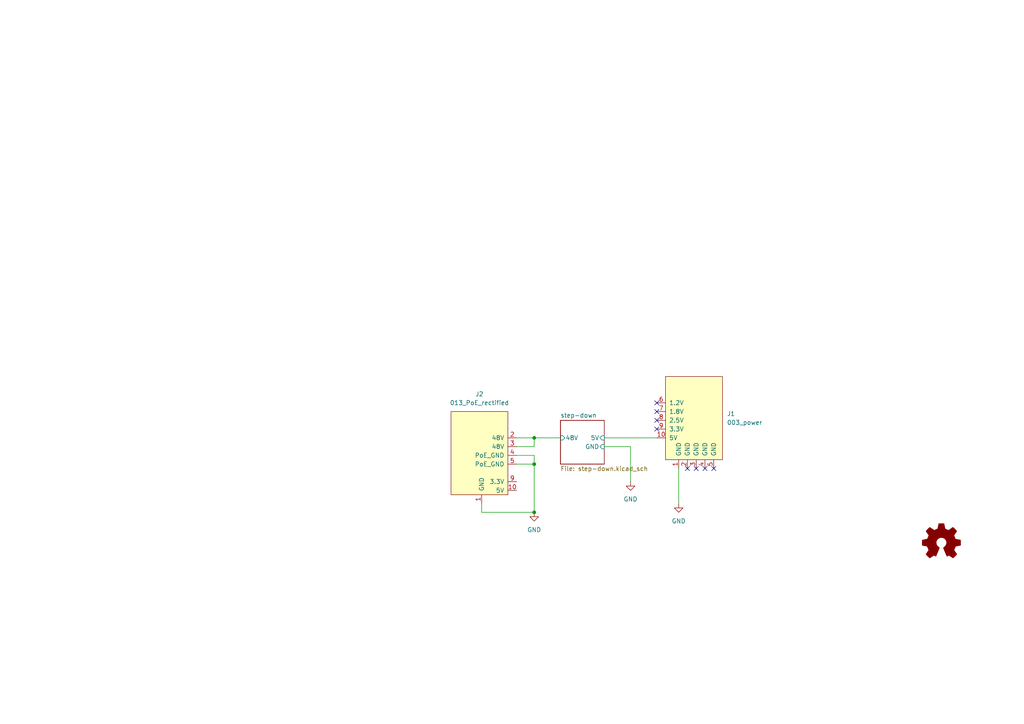
<source format=kicad_sch>
(kicad_sch (version 20230121) (generator eeschema)

  (uuid 57732dd3-1162-4c3f-88bd-31bf473d124d)

  (paper "A4")

  (lib_symbols
    (symbol "Graphic:Logo_Open_Hardware_Small" (pin_names (offset 1.016)) (in_bom yes) (on_board yes)
      (property "Reference" "#LOGO" (at 0 6.985 0)
        (effects (font (size 1.27 1.27)) hide)
      )
      (property "Value" "Logo_Open_Hardware_Small" (at 0 -5.715 0)
        (effects (font (size 1.27 1.27)) hide)
      )
      (property "Footprint" "" (at 0 0 0)
        (effects (font (size 1.27 1.27)) hide)
      )
      (property "Datasheet" "~" (at 0 0 0)
        (effects (font (size 1.27 1.27)) hide)
      )
      (property "ki_keywords" "Logo" (at 0 0 0)
        (effects (font (size 1.27 1.27)) hide)
      )
      (property "ki_description" "Open Hardware logo, small" (at 0 0 0)
        (effects (font (size 1.27 1.27)) hide)
      )
      (symbol "Logo_Open_Hardware_Small_0_1"
        (polyline
          (pts
            (xy 3.3528 -4.3434)
            (xy 3.302 -4.318)
            (xy 3.175 -4.2418)
            (xy 2.9972 -4.1148)
            (xy 2.7686 -3.9624)
            (xy 2.54 -3.81)
            (xy 2.3622 -3.7084)
            (xy 2.2352 -3.6068)
            (xy 2.1844 -3.5814)
            (xy 2.159 -3.6068)
            (xy 2.0574 -3.6576)
            (xy 1.905 -3.7338)
            (xy 1.8034 -3.7846)
            (xy 1.6764 -3.8354)
            (xy 1.6002 -3.8354)
            (xy 1.6002 -3.8354)
            (xy 1.5494 -3.7338)
            (xy 1.4732 -3.5306)
            (xy 1.3462 -3.302)
            (xy 1.2446 -3.0226)
            (xy 1.1176 -2.7178)
            (xy 0.9652 -2.413)
            (xy 0.8636 -2.1082)
            (xy 0.7366 -1.8288)
            (xy 0.6604 -1.6256)
            (xy 0.6096 -1.4732)
            (xy 0.5842 -1.397)
            (xy 0.5842 -1.397)
            (xy 0.6604 -1.3208)
            (xy 0.7874 -1.2446)
            (xy 1.0414 -1.016)
            (xy 1.2954 -0.6858)
            (xy 1.4478 -0.3302)
            (xy 1.524 0.0762)
            (xy 1.4732 0.4572)
            (xy 1.3208 0.8128)
            (xy 1.0668 1.143)
            (xy 0.762 1.3716)
            (xy 0.4064 1.524)
            (xy 0 1.5748)
            (xy -0.381 1.5494)
            (xy -0.7366 1.397)
            (xy -1.0668 1.143)
            (xy -1.2192 0.9906)
            (xy -1.397 0.6604)
            (xy -1.524 0.3048)
            (xy -1.524 0.2286)
            (xy -1.4986 -0.1778)
            (xy -1.397 -0.5334)
            (xy -1.1938 -0.8636)
            (xy -0.9144 -1.143)
            (xy -0.8636 -1.1684)
            (xy -0.7366 -1.27)
            (xy -0.635 -1.3462)
            (xy -0.5842 -1.397)
            (xy -1.0668 -2.5908)
            (xy -1.143 -2.794)
            (xy -1.2954 -3.1242)
            (xy -1.397 -3.4036)
            (xy -1.4986 -3.6322)
            (xy -1.5748 -3.7846)
            (xy -1.6002 -3.8354)
            (xy -1.6002 -3.8354)
            (xy -1.651 -3.8354)
            (xy -1.7272 -3.81)
            (xy -1.905 -3.7338)
            (xy -2.0066 -3.683)
            (xy -2.1336 -3.6068)
            (xy -2.2098 -3.5814)
            (xy -2.2606 -3.6068)
            (xy -2.3622 -3.683)
            (xy -2.54 -3.81)
            (xy -2.7686 -3.9624)
            (xy -2.9718 -4.0894)
            (xy -3.1496 -4.2164)
            (xy -3.302 -4.318)
            (xy -3.3528 -4.3434)
            (xy -3.3782 -4.3434)
            (xy -3.429 -4.318)
            (xy -3.5306 -4.2164)
            (xy -3.7084 -4.064)
            (xy -3.937 -3.8354)
            (xy -3.9624 -3.81)
            (xy -4.1656 -3.6068)
            (xy -4.318 -3.4544)
            (xy -4.4196 -3.3274)
            (xy -4.445 -3.2766)
            (xy -4.445 -3.2766)
            (xy -4.4196 -3.2258)
            (xy -4.318 -3.0734)
            (xy -4.2164 -2.8956)
            (xy -4.064 -2.667)
            (xy -3.6576 -2.0828)
            (xy -3.8862 -1.5494)
            (xy -3.937 -1.3716)
            (xy -4.0386 -1.1684)
            (xy -4.0894 -1.0414)
            (xy -4.1148 -0.9652)
            (xy -4.191 -0.9398)
            (xy -4.318 -0.9144)
            (xy -4.5466 -0.8636)
            (xy -4.8006 -0.8128)
            (xy -5.0546 -0.7874)
            (xy -5.2578 -0.7366)
            (xy -5.4356 -0.7112)
            (xy -5.5118 -0.6858)
            (xy -5.5118 -0.6858)
            (xy -5.5372 -0.635)
            (xy -5.5372 -0.5588)
            (xy -5.5372 -0.4318)
            (xy -5.5626 -0.2286)
            (xy -5.5626 0.0762)
            (xy -5.5626 0.127)
            (xy -5.5372 0.4064)
            (xy -5.5372 0.635)
            (xy -5.5372 0.762)
            (xy -5.5372 0.8382)
            (xy -5.5372 0.8382)
            (xy -5.461 0.8382)
            (xy -5.3086 0.889)
            (xy -5.08 0.9144)
            (xy -4.826 0.9652)
            (xy -4.8006 0.9906)
            (xy -4.5466 1.0414)
            (xy -4.318 1.0668)
            (xy -4.1656 1.1176)
            (xy -4.0894 1.143)
            (xy -4.0894 1.143)
            (xy -4.0386 1.2446)
            (xy -3.9624 1.4224)
            (xy -3.8608 1.6256)
            (xy -3.7846 1.8288)
            (xy -3.7084 2.0066)
            (xy -3.6576 2.159)
            (xy -3.6322 2.2098)
            (xy -3.6322 2.2098)
            (xy -3.683 2.286)
            (xy -3.7592 2.413)
            (xy -3.8862 2.5908)
            (xy -4.064 2.8194)
            (xy -4.064 2.8448)
            (xy -4.2164 3.0734)
            (xy -4.3434 3.2512)
            (xy -4.4196 3.3782)
            (xy -4.445 3.4544)
            (xy -4.445 3.4544)
            (xy -4.3942 3.5052)
            (xy -4.2926 3.6322)
            (xy -4.1148 3.81)
            (xy -3.937 4.0132)
            (xy -3.8608 4.064)
            (xy -3.6576 4.2926)
            (xy -3.5052 4.4196)
            (xy -3.4036 4.4958)
            (xy -3.3528 4.5212)
            (xy -3.3528 4.5212)
            (xy -3.302 4.4704)
            (xy -3.1496 4.3688)
            (xy -2.9718 4.2418)
            (xy -2.7432 4.0894)
            (xy -2.7178 4.0894)
            (xy -2.4892 3.937)
            (xy -2.3114 3.81)
            (xy -2.1844 3.7084)
            (xy -2.1336 3.683)
            (xy -2.1082 3.683)
            (xy -2.032 3.7084)
            (xy -1.8542 3.7592)
            (xy -1.6764 3.8354)
            (xy -1.4732 3.937)
            (xy -1.27 4.0132)
            (xy -1.143 4.064)
            (xy -1.0668 4.1148)
            (xy -1.0668 4.1148)
            (xy -1.0414 4.191)
            (xy -1.016 4.3434)
            (xy -0.9652 4.572)
            (xy -0.9144 4.8514)
            (xy -0.889 4.9022)
            (xy -0.8382 5.1562)
            (xy -0.8128 5.3848)
            (xy -0.7874 5.5372)
            (xy -0.762 5.588)
            (xy -0.7112 5.6134)
            (xy -0.5842 5.6134)
            (xy -0.4064 5.6134)
            (xy -0.1524 5.6134)
            (xy 0.0762 5.6134)
            (xy 0.3302 5.6134)
            (xy 0.5334 5.6134)
            (xy 0.6858 5.588)
            (xy 0.7366 5.588)
            (xy 0.7366 5.588)
            (xy 0.762 5.5118)
            (xy 0.8128 5.334)
            (xy 0.8382 5.1054)
            (xy 0.9144 4.826)
            (xy 0.9144 4.7752)
            (xy 0.9652 4.5212)
            (xy 1.016 4.2926)
            (xy 1.0414 4.1402)
            (xy 1.0668 4.0894)
            (xy 1.0668 4.0894)
            (xy 1.1938 4.0386)
            (xy 1.3716 3.9624)
            (xy 1.5748 3.8608)
            (xy 2.0828 3.6576)
            (xy 2.7178 4.0894)
            (xy 2.7686 4.1402)
            (xy 2.9972 4.2926)
            (xy 3.175 4.4196)
            (xy 3.302 4.4958)
            (xy 3.3782 4.5212)
            (xy 3.3782 4.5212)
            (xy 3.429 4.4704)
            (xy 3.556 4.3434)
            (xy 3.7338 4.191)
            (xy 3.9116 3.9878)
            (xy 4.064 3.8354)
            (xy 4.2418 3.6576)
            (xy 4.3434 3.556)
            (xy 4.4196 3.4798)
            (xy 4.4196 3.429)
            (xy 4.4196 3.4036)
            (xy 4.3942 3.3274)
            (xy 4.2926 3.2004)
            (xy 4.1656 2.9972)
            (xy 4.0132 2.794)
            (xy 3.8862 2.5908)
            (xy 3.7592 2.3876)
            (xy 3.6576 2.2352)
            (xy 3.6322 2.159)
            (xy 3.6322 2.1336)
            (xy 3.683 2.0066)
            (xy 3.7592 1.8288)
            (xy 3.8608 1.6002)
            (xy 4.064 1.1176)
            (xy 4.3942 1.0414)
            (xy 4.5974 1.016)
            (xy 4.8768 0.9652)
            (xy 5.1308 0.9144)
            (xy 5.5372 0.8382)
            (xy 5.5626 -0.6604)
            (xy 5.4864 -0.6858)
            (xy 5.4356 -0.6858)
            (xy 5.2832 -0.7366)
            (xy 5.0546 -0.762)
            (xy 4.8006 -0.8128)
            (xy 4.5974 -0.8636)
            (xy 4.3688 -0.9144)
            (xy 4.2164 -0.9398)
            (xy 4.1402 -0.9398)
            (xy 4.1148 -0.9652)
            (xy 4.064 -1.0668)
            (xy 3.9878 -1.2446)
            (xy 3.9116 -1.4478)
            (xy 3.81 -1.651)
            (xy 3.7338 -1.8542)
            (xy 3.683 -2.0066)
            (xy 3.6576 -2.0828)
            (xy 3.683 -2.1336)
            (xy 3.7846 -2.2606)
            (xy 3.8862 -2.4638)
            (xy 4.0386 -2.667)
            (xy 4.191 -2.8956)
            (xy 4.318 -3.0734)
            (xy 4.3942 -3.2004)
            (xy 4.445 -3.2766)
            (xy 4.4196 -3.3274)
            (xy 4.3434 -3.429)
            (xy 4.1656 -3.5814)
            (xy 3.937 -3.8354)
            (xy 3.8862 -3.8608)
            (xy 3.683 -4.064)
            (xy 3.5306 -4.2164)
            (xy 3.4036 -4.318)
            (xy 3.3528 -4.3434)
          )
          (stroke (width 0) (type default))
          (fill (type outline))
        )
      )
    )
    (symbol "power:GND" (power) (pin_names (offset 0)) (in_bom yes) (on_board yes)
      (property "Reference" "#PWR" (at 0 -6.35 0)
        (effects (font (size 1.27 1.27)) hide)
      )
      (property "Value" "GND" (at 0 -3.81 0)
        (effects (font (size 1.27 1.27)))
      )
      (property "Footprint" "" (at 0 0 0)
        (effects (font (size 1.27 1.27)) hide)
      )
      (property "Datasheet" "" (at 0 0 0)
        (effects (font (size 1.27 1.27)) hide)
      )
      (property "ki_keywords" "power-flag" (at 0 0 0)
        (effects (font (size 1.27 1.27)) hide)
      )
      (property "ki_description" "Power symbol creates a global label with name \"GND\" , ground" (at 0 0 0)
        (effects (font (size 1.27 1.27)) hide)
      )
      (symbol "GND_0_1"
        (polyline
          (pts
            (xy 0 0)
            (xy 0 -1.27)
            (xy 1.27 -1.27)
            (xy 0 -2.54)
            (xy -1.27 -1.27)
            (xy 0 -1.27)
          )
          (stroke (width 0) (type default))
          (fill (type none))
        )
      )
      (symbol "GND_1_1"
        (pin power_in line (at 0 0 270) (length 0) hide
          (name "GND" (effects (font (size 1.27 1.27))))
          (number "1" (effects (font (size 1.27 1.27))))
        )
      )
    )
    (symbol "put_on_edge:003_power" (pin_names (offset 1.016)) (in_bom yes) (on_board yes)
      (property "Reference" "J" (at -2.54 13.97 0)
        (effects (font (size 1.27 1.27)))
      )
      (property "Value" "003_power" (at 8.89 13.97 0)
        (effects (font (size 1.27 1.27)))
      )
      (property "Footprint" "" (at 7.62 16.51 0)
        (effects (font (size 1.27 1.27)) hide)
      )
      (property "Datasheet" "" (at 7.62 16.51 0)
        (effects (font (size 1.27 1.27)) hide)
      )
      (symbol "003_power_0_1"
        (rectangle (start -8.89 12.7) (end 7.62 -11.43)
          (stroke (width 0) (type default))
          (fill (type background))
        )
      )
      (symbol "003_power_1_1"
        (pin power_in line (at -5.08 -13.97 90) (length 2.54)
          (name "GND" (effects (font (size 1.27 1.27))))
          (number "1" (effects (font (size 1.27 1.27))))
        )
        (pin power_out line (at -11.43 -5.08 0) (length 2.54)
          (name "5V" (effects (font (size 1.27 1.27))))
          (number "10" (effects (font (size 1.27 1.27))))
        )
        (pin power_in line (at -2.54 -13.97 90) (length 2.54)
          (name "GND" (effects (font (size 1.27 1.27))))
          (number "2" (effects (font (size 1.27 1.27))))
        )
        (pin power_in line (at 0 -13.97 90) (length 2.54)
          (name "GND" (effects (font (size 1.27 1.27))))
          (number "3" (effects (font (size 1.27 1.27))))
        )
        (pin power_in line (at 2.54 -13.97 90) (length 2.54)
          (name "GND" (effects (font (size 1.27 1.27))))
          (number "4" (effects (font (size 1.27 1.27))))
        )
        (pin power_in line (at 5.08 -13.97 90) (length 2.54)
          (name "GND" (effects (font (size 1.27 1.27))))
          (number "5" (effects (font (size 1.27 1.27))))
        )
        (pin power_out line (at -11.43 5.08 0) (length 2.54)
          (name "1.2V" (effects (font (size 1.27 1.27))))
          (number "6" (effects (font (size 1.27 1.27))))
        )
        (pin power_out line (at -11.43 2.54 0) (length 2.54)
          (name "1.8V" (effects (font (size 1.27 1.27))))
          (number "7" (effects (font (size 1.27 1.27))))
        )
        (pin power_out line (at -11.43 0 0) (length 2.54)
          (name "2.5V" (effects (font (size 1.27 1.27))))
          (number "8" (effects (font (size 1.27 1.27))))
        )
        (pin power_out line (at -11.43 -2.54 0) (length 2.54)
          (name "3.3V" (effects (font (size 1.27 1.27))))
          (number "9" (effects (font (size 1.27 1.27))))
        )
      )
    )
    (symbol "put_on_edge:013_PoE_rectified" (pin_names (offset 1.016)) (in_bom yes) (on_board yes)
      (property "Reference" "J" (at -2.54 13.97 0)
        (effects (font (size 1.27 1.27)))
      )
      (property "Value" "013_PoE_rectified" (at 8.89 13.97 0)
        (effects (font (size 1.27 1.27)))
      )
      (property "Footprint" "" (at 7.62 16.51 0)
        (effects (font (size 1.27 1.27)) hide)
      )
      (property "Datasheet" "" (at 7.62 16.51 0)
        (effects (font (size 1.27 1.27)) hide)
      )
      (symbol "013_PoE_rectified_0_1"
        (rectangle (start -8.89 12.7) (end 7.62 -11.43)
          (stroke (width 0) (type default))
          (fill (type background))
        )
      )
      (symbol "013_PoE_rectified_1_1"
        (pin power_in line (at -1.27 -13.97 90) (length 2.54)
          (name "GND" (effects (font (size 1.27 1.27))))
          (number "1" (effects (font (size 1.27 1.27))))
        )
        (pin power_in line (at -11.43 -10.16 0) (length 2.54)
          (name "5V" (effects (font (size 1.27 1.27))))
          (number "10" (effects (font (size 1.27 1.27))))
        )
        (pin bidirectional line (at -11.43 5.08 0) (length 2.54)
          (name "48V" (effects (font (size 1.27 1.27))))
          (number "2" (effects (font (size 1.27 1.27))))
        )
        (pin bidirectional line (at -11.43 2.54 0) (length 2.54)
          (name "48V" (effects (font (size 1.27 1.27))))
          (number "3" (effects (font (size 1.27 1.27))))
        )
        (pin power_in line (at -11.43 0 0) (length 2.54)
          (name "PoE_GND" (effects (font (size 1.27 1.27))))
          (number "4" (effects (font (size 1.27 1.27))))
        )
        (pin power_in line (at -11.43 -2.54 0) (length 2.54)
          (name "PoE_GND" (effects (font (size 1.27 1.27))))
          (number "5" (effects (font (size 1.27 1.27))))
        )
        (pin power_in line (at -11.43 -7.62 0) (length 2.54)
          (name "3.3V" (effects (font (size 1.27 1.27))))
          (number "9" (effects (font (size 1.27 1.27))))
        )
      )
    )
  )

  (junction (at 154.94 127) (diameter 0) (color 0 0 0 0)
    (uuid 017b3471-fa87-4532-b828-6ddbeaaca9e3)
  )
  (junction (at 154.94 148.59) (diameter 0) (color 0 0 0 0)
    (uuid 16d763d0-beae-4256-b774-36cbd4457ee0)
  )
  (junction (at 154.94 134.62) (diameter 0) (color 0 0 0 0)
    (uuid 7d685487-a7fb-42a9-8110-5d60c8e45899)
  )

  (no_connect (at 190.5 119.38) (uuid 0435f74a-71de-46bd-b6a5-f9767a9c63f4))
  (no_connect (at 207.01 135.89) (uuid 1d1eed5b-4e34-43f1-8651-6de0b6af3919))
  (no_connect (at 190.5 124.46) (uuid 564237c6-7004-4eb2-9edf-b89836476e03))
  (no_connect (at 190.5 116.84) (uuid 6534c657-c807-436c-86cc-ae0f08e4aa11))
  (no_connect (at 204.47 135.89) (uuid 79dae8e2-9c6b-468c-a74c-493efb574fbe))
  (no_connect (at 201.93 135.89) (uuid 8e27675e-095b-4187-862b-eaf9d1f97d03))
  (no_connect (at 190.5 121.92) (uuid 9c251daf-dbb5-465b-9bf3-0943351525b4))
  (no_connect (at 199.39 135.89) (uuid cc340c56-2042-4ece-bff3-30986d842355))

  (wire (pts (xy 149.86 127) (xy 154.94 127))
    (stroke (width 0) (type default))
    (uuid 0375e05f-c112-4099-b010-cf57e6711636)
  )
  (wire (pts (xy 149.86 129.54) (xy 154.94 129.54))
    (stroke (width 0) (type default))
    (uuid 0795ec42-6d21-477c-919d-3db1ea472d1b)
  )
  (wire (pts (xy 175.26 127) (xy 190.5 127))
    (stroke (width 0) (type default))
    (uuid 08de737f-00d0-4556-95df-80c1cabac3e9)
  )
  (wire (pts (xy 154.94 129.54) (xy 154.94 127))
    (stroke (width 0) (type default))
    (uuid 2cc32ba6-cda0-40c6-853f-ffe3a2d40bb2)
  )
  (wire (pts (xy 139.7 148.59) (xy 139.7 146.05))
    (stroke (width 0) (type default))
    (uuid 37556154-eeb9-4cf5-832e-deb3dd55f079)
  )
  (wire (pts (xy 154.94 132.08) (xy 154.94 134.62))
    (stroke (width 0) (type default))
    (uuid 4c37680c-a7b6-419b-b683-4206598ed8f1)
  )
  (wire (pts (xy 182.88 129.54) (xy 182.88 139.7))
    (stroke (width 0) (type default))
    (uuid 5a1fc14d-1d6f-444c-82b2-77ce3f0eeb3f)
  )
  (wire (pts (xy 196.85 135.89) (xy 196.85 146.05))
    (stroke (width 0) (type default))
    (uuid a0f14a5a-1029-468d-81c5-6afe86c97700)
  )
  (wire (pts (xy 154.94 134.62) (xy 154.94 148.59))
    (stroke (width 0) (type default))
    (uuid a1b2aa10-cded-4599-bdb8-28ebb66cd68e)
  )
  (wire (pts (xy 149.86 134.62) (xy 154.94 134.62))
    (stroke (width 0) (type default))
    (uuid b3623a74-72cf-4cf4-8739-0cfe70c4fdc6)
  )
  (wire (pts (xy 175.26 129.54) (xy 182.88 129.54))
    (stroke (width 0) (type default))
    (uuid b5f50e6e-6728-4454-96f5-44e0bc388ce5)
  )
  (wire (pts (xy 154.94 127) (xy 162.56 127))
    (stroke (width 0) (type default))
    (uuid d6268c26-478d-41e8-9931-467b429be712)
  )
  (wire (pts (xy 149.86 132.08) (xy 154.94 132.08))
    (stroke (width 0) (type default))
    (uuid dd6f35db-ff0c-42eb-8890-87988b7b5060)
  )
  (wire (pts (xy 154.94 148.59) (xy 139.7 148.59))
    (stroke (width 0) (type default))
    (uuid f27bc15c-7005-4f8a-9e45-5836e0306bc0)
  )

  (symbol (lib_id "power:GND") (at 154.94 148.59 0) (unit 1)
    (in_bom yes) (on_board yes) (dnp no) (fields_autoplaced)
    (uuid 2f121e8a-38fc-4fe4-b231-09379d094cd9)
    (property "Reference" "#PWR02" (at 154.94 154.94 0)
      (effects (font (size 1.27 1.27)) hide)
    )
    (property "Value" "GND" (at 154.94 153.67 0)
      (effects (font (size 1.27 1.27)))
    )
    (property "Footprint" "" (at 154.94 148.59 0)
      (effects (font (size 1.27 1.27)) hide)
    )
    (property "Datasheet" "" (at 154.94 148.59 0)
      (effects (font (size 1.27 1.27)) hide)
    )
    (pin "1" (uuid c8cef522-9019-487c-8783-a52c43c7ea1e))
    (instances
      (project "board"
        (path "/57732dd3-1162-4c3f-88bd-31bf473d124d"
          (reference "#PWR02") (unit 1)
        )
      )
    )
  )

  (symbol (lib_id "power:GND") (at 196.85 146.05 0) (unit 1)
    (in_bom yes) (on_board yes) (dnp no) (fields_autoplaced)
    (uuid 7b61465a-96b0-418e-91c5-90514ee43c23)
    (property "Reference" "#PWR01" (at 196.85 152.4 0)
      (effects (font (size 1.27 1.27)) hide)
    )
    (property "Value" "GND" (at 196.85 151.13 0)
      (effects (font (size 1.27 1.27)))
    )
    (property "Footprint" "" (at 196.85 146.05 0)
      (effects (font (size 1.27 1.27)) hide)
    )
    (property "Datasheet" "" (at 196.85 146.05 0)
      (effects (font (size 1.27 1.27)) hide)
    )
    (pin "1" (uuid 3d792ee0-75f8-4f2a-8005-6fda88fdf770))
    (instances
      (project "board"
        (path "/57732dd3-1162-4c3f-88bd-31bf473d124d"
          (reference "#PWR01") (unit 1)
        )
      )
    )
  )

  (symbol (lib_id "put_on_edge:003_power") (at 201.93 121.92 0) (unit 1)
    (in_bom yes) (on_board yes) (dnp no) (fields_autoplaced)
    (uuid 81ca5f66-e0a5-4db5-a0e4-da5df9320769)
    (property "Reference" "J1" (at 210.82 120.015 0)
      (effects (font (size 1.27 1.27)) (justify left))
    )
    (property "Value" "003_power" (at 210.82 122.555 0)
      (effects (font (size 1.27 1.27)) (justify left))
    )
    (property "Footprint" "on_edge:on_edge_2x05_host" (at 209.55 105.41 0)
      (effects (font (size 1.27 1.27)) hide)
    )
    (property "Datasheet" "" (at 209.55 105.41 0)
      (effects (font (size 1.27 1.27)) hide)
    )
    (pin "5" (uuid f8ea70af-e5b6-4109-a542-323f1db7e4bd))
    (pin "8" (uuid f7dd39b1-b128-4d1d-a4a6-bc94716bf969))
    (pin "2" (uuid add3b2c7-8b18-4a37-8e0b-7c1f8549b45a))
    (pin "9" (uuid 50b938f0-02aa-4ffd-ade4-a4f6e6bac9c9))
    (pin "10" (uuid c51fad58-1df4-4350-bfeb-a21b0cff42ac))
    (pin "3" (uuid ec0a7201-02ed-40ef-9bc7-5f4313f3a47f))
    (pin "1" (uuid 34e3980c-b612-4b0c-a410-a5069ca7cbcd))
    (pin "6" (uuid 40f417f4-10d3-4e0c-b833-3f1936fce538))
    (pin "7" (uuid 75745148-2a45-48a2-af26-e3bc9468f320))
    (pin "4" (uuid 1b68e1cf-f10d-4c9a-b8ff-ce51224b201f))
    (instances
      (project "board"
        (path "/57732dd3-1162-4c3f-88bd-31bf473d124d"
          (reference "J1") (unit 1)
        )
      )
    )
  )

  (symbol (lib_id "power:GND") (at 182.88 139.7 0) (unit 1)
    (in_bom yes) (on_board yes) (dnp no) (fields_autoplaced)
    (uuid 971afa99-5d33-4a72-a8e1-edd3c45138ed)
    (property "Reference" "#PWR0101" (at 182.88 146.05 0)
      (effects (font (size 1.27 1.27)) hide)
    )
    (property "Value" "GND" (at 182.88 144.78 0)
      (effects (font (size 1.27 1.27)))
    )
    (property "Footprint" "" (at 182.88 139.7 0)
      (effects (font (size 1.27 1.27)) hide)
    )
    (property "Datasheet" "" (at 182.88 139.7 0)
      (effects (font (size 1.27 1.27)) hide)
    )
    (pin "1" (uuid 0e12e353-ffd6-4e27-8957-653e209f57b0))
    (instances
      (project "board"
        (path "/57732dd3-1162-4c3f-88bd-31bf473d124d"
          (reference "#PWR0101") (unit 1)
        )
      )
    )
  )

  (symbol (lib_id "put_on_edge:013_PoE_rectified") (at 138.43 132.08 0) (mirror y) (unit 1)
    (in_bom yes) (on_board yes) (dnp no) (fields_autoplaced)
    (uuid 9eadd67f-542f-4500-bc35-f46f9dff42b8)
    (property "Reference" "J2" (at 139.065 114.3 0)
      (effects (font (size 1.27 1.27)))
    )
    (property "Value" "013_PoE_rectified" (at 139.065 116.84 0)
      (effects (font (size 1.27 1.27)))
    )
    (property "Footprint" "on_edge:on_edge_2x05_device" (at 130.81 115.57 0)
      (effects (font (size 1.27 1.27)) hide)
    )
    (property "Datasheet" "" (at 130.81 115.57 0)
      (effects (font (size 1.27 1.27)) hide)
    )
    (pin "3" (uuid eb5c593d-ebd7-4fa8-88da-12621ba276e8))
    (pin "2" (uuid bd7962f4-39e4-4c6b-9f69-0174f1efbbc6))
    (pin "1" (uuid eeaf0ab7-016f-46db-b7a8-4f77c82f52e6))
    (pin "5" (uuid 655305d5-c778-4f8f-833d-6b642b91f22f))
    (pin "10" (uuid 5b08d4db-c6cb-41bc-a3bb-381f67eb0f9a))
    (pin "4" (uuid 5e64d893-7e8e-400f-90c6-0651f24aacb6))
    (pin "9" (uuid 834bbc20-4f36-41fc-9765-7c9ad3dd5e09))
    (instances
      (project "board"
        (path "/57732dd3-1162-4c3f-88bd-31bf473d124d"
          (reference "J2") (unit 1)
        )
      )
    )
  )

  (symbol (lib_id "Graphic:Logo_Open_Hardware_Small") (at 273.05 157.48 0) (unit 1)
    (in_bom yes) (on_board yes) (dnp no) (fields_autoplaced)
    (uuid b72b6f4a-7489-40f2-bb90-d75ae01aa368)
    (property "Reference" "LOGO1" (at 273.05 150.495 0)
      (effects (font (size 1.27 1.27)) hide)
    )
    (property "Value" "Logo_Open_Hardware_Small" (at 273.05 163.195 0)
      (effects (font (size 1.27 1.27)) hide)
    )
    (property "Footprint" "Symbol:OSHW-Symbol_6.7x6mm_SilkScreen" (at 273.05 157.48 0)
      (effects (font (size 1.27 1.27)) hide)
    )
    (property "Datasheet" "~" (at 273.05 157.48 0)
      (effects (font (size 1.27 1.27)) hide)
    )
    (instances
      (project "board"
        (path "/57732dd3-1162-4c3f-88bd-31bf473d124d"
          (reference "LOGO1") (unit 1)
        )
      )
    )
  )

  (sheet (at 162.56 121.92) (size 12.7 12.7) (fields_autoplaced)
    (stroke (width 0.1524) (type solid))
    (fill (color 0 0 0 0.0000))
    (uuid 767ce4c6-0e55-4543-92f0-34cb8237a544)
    (property "Sheetname" "step-down" (at 162.56 121.2084 0)
      (effects (font (size 1.27 1.27)) (justify left bottom))
    )
    (property "Sheetfile" "step-down.kicad_sch" (at 162.56 135.2046 0)
      (effects (font (size 1.27 1.27)) (justify left top))
    )
    (pin "GND" input (at 175.26 129.54 0)
      (effects (font (size 1.27 1.27)) (justify right))
      (uuid 466cf29f-04d2-4303-aa26-8ec28548d2f2)
    )
    (pin "5V" input (at 175.26 127 0)
      (effects (font (size 1.27 1.27)) (justify right))
      (uuid b17493b2-fef0-4fa0-a47f-db0cd66e0faf)
    )
    (pin "48V" input (at 162.56 127 180)
      (effects (font (size 1.27 1.27)) (justify left))
      (uuid ea1eec7e-a567-4838-a718-e785505967eb)
    )
    (instances
      (project "board"
        (path "/57732dd3-1162-4c3f-88bd-31bf473d124d" (page "2"))
      )
    )
  )

  (sheet_instances
    (path "/" (page "1"))
  )
)

</source>
